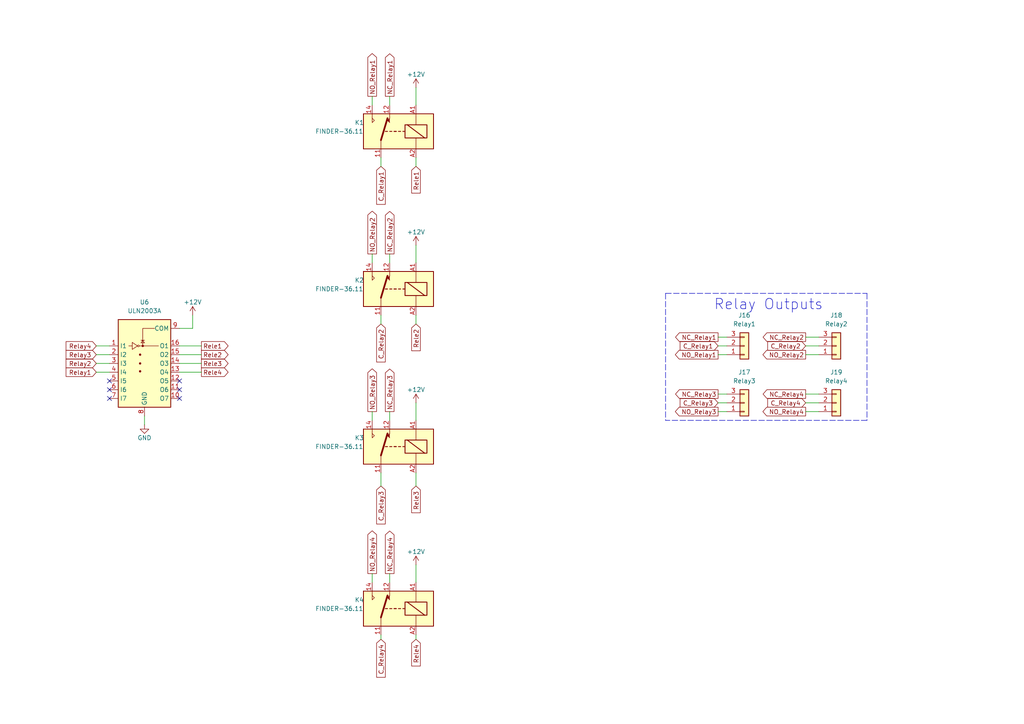
<source format=kicad_sch>
(kicad_sch (version 20211123) (generator eeschema)
  (paper "A4")
  (lib_symbols
    (symbol "Connector_Generic:Conn_01x03" (pin_names (offset 1.016) hide)
      (property "Reference" "J" (at 0 5.08 0))
      (property "Value" "Conn_01x03" (at 0 -5.08 0))
      (symbol "Conn_01x03_1_1"
        (rectangle (start -1.27 -2.413) (end 0 -2.667) (stroke (width 0.1524)))
        (rectangle (start -1.27 0.127) (end 0 -0.127) (stroke (width 0.1524)))
        (rectangle (start -1.27 2.667) (end 0 2.413) (stroke (width 0.1524)))
        (rectangle (start -1.27 3.81) (end 1.27 -3.81) (stroke (width 0.254)) (fill (type background)))
        (pin passive line (at -5.08 2.54 0) (length 3.81) (name "Pin_1") (number "1"))
        (pin passive line (at -5.08 0 0) (length 3.81) (name "Pin_2") (number "2"))
        (pin passive line (at -5.08 -2.54 0) (length 3.81) (name "Pin_3") (number "3"))
      )
    )
    (symbol "Relay:FINDER-36.11"
      (property "Reference" "K" (at 11.43 3.81 0))
      (property "Value" "FINDER-36.11" (at 11.43 1.27 0))
      (symbol "FINDER-36.11_0_0"
        (polyline (pts (xy 2.54 3.81) (xy 2.54 5.08)))
        (polyline (pts (xy 7.62 3.81) (xy 7.62 5.08)))
        (polyline (pts (xy 7.62 3.81) (xy 7.62 2.54) (xy 6.985 3.175) (xy 7.62 3.81)))
      )
      (symbol "FINDER-36.11_0_1"
        (rectangle (start -10.16 5.08) (end 10.16 -5.08) (stroke (width 0.254)) (fill (type background)))
        (rectangle (start -8.255 1.905) (end -1.905 -1.905) (stroke (width 0.254)))
        (polyline (pts (xy -7.62 -1.905) (xy -2.54 1.905)) (stroke (width 0.254)))
        (polyline (pts (xy -5.08 -5.08) (xy -5.08 -1.905)))
        (polyline (pts (xy -5.08 5.08) (xy -5.08 1.905)))
        (polyline (pts (xy -1.905 0) (xy -1.27 0)) (stroke (width 0.254)))
        (polyline (pts (xy -0.635 0) (xy 0 0)) (stroke (width 0.254)))
        (polyline (pts (xy 0.635 0) (xy 1.27 0)) (stroke (width 0.254)))
        (polyline (pts (xy 0.635 0) (xy 1.27 0)) (stroke (width 0.254)))
        (polyline (pts (xy 1.905 0) (xy 2.54 0)) (stroke (width 0.254)))
        (polyline (pts (xy 3.175 0) (xy 3.81 0)) (stroke (width 0.254)))
        (polyline (pts (xy 5.08 -2.54) (xy 3.175 3.81)) (stroke (width 0.508)))
        (polyline (pts (xy 5.08 -2.54) (xy 5.08 -5.08)))
        (polyline (pts (xy 2.54 2.54) (xy 3.175 3.175) (xy 2.54 3.81)) (fill (type outline)))
      )
      (symbol "FINDER-36.11_1_1"
        (pin passive line (at 5.08 -7.62 90) (length 2.54) (name "~") (number "11"))
        (pin passive line (at 2.54 7.62 270) (length 2.54) (name "~") (number "12"))
        (pin passive line (at 7.62 7.62 270) (length 2.54) (name "~") (number "14"))
        (pin passive line (at -5.08 7.62 270) (length 2.54) (name "~") (number "A1"))
        (pin passive line (at -5.08 -7.62 90) (length 2.54) (name "~") (number "A2"))
      )
    )
    (symbol "Transistor_Array:ULN2003A"
      (property "Reference" "U" (at 0 15.875 0))
      (property "Value" "ULN2003A" (at 0 13.97 0))
      (symbol "ULN2003A_0_1"
        (rectangle (start -7.62 -12.7) (end 7.62 12.7) (stroke (width 0.254)) (fill (type background)))
        (circle (center -1.778 5.08) (radius 0.254))
        (circle (center -1.27 -2.286) (radius 0.254) (fill (type outline)))
        (circle (center -1.27 0) (radius 0.254) (fill (type outline)))
        (circle (center -1.27 2.54) (radius 0.254) (fill (type outline)))
        (circle (center -0.508 5.08) (radius 0.254) (fill (type outline)))
        (polyline (pts (xy -4.572 5.08) (xy -3.556 5.08)))
        (polyline (pts (xy -1.524 5.08) (xy 4.064 5.08)))
        (polyline (pts (xy 0 6.731) (xy -1.016 6.731)))
        (polyline (pts (xy -0.508 5.08) (xy -0.508 10.16) (xy 2.921 10.16)))
        (polyline (pts (xy -3.556 6.096) (xy -3.556 4.064) (xy -2.032 5.08) (xy -3.556 6.096)))
        (polyline (pts (xy 0 5.969) (xy -1.016 5.969) (xy -0.508 6.731) (xy 0 5.969)))
      )
      (symbol "ULN2003A_1_1"
        (pin input line (at -10.16 5.08 0) (length 2.54) (name "I1") (number "1"))
        (pin open_collector line (at 10.16 -10.16 180) (length 2.54) (name "O7") (number "10"))
        (pin open_collector line (at 10.16 -7.62 180) (length 2.54) (name "O6") (number "11"))
        (pin open_collector line (at 10.16 -5.08 180) (length 2.54) (name "O5") (number "12"))
        (pin open_collector line (at 10.16 -2.54 180) (length 2.54) (name "O4") (number "13"))
        (pin open_collector line (at 10.16 0 180) (length 2.54) (name "O3") (number "14"))
        (pin open_collector line (at 10.16 2.54 180) (length 2.54) (name "O2") (number "15"))
        (pin open_collector line (at 10.16 5.08 180) (length 2.54) (name "O1") (number "16"))
        (pin input line (at -10.16 2.54 0) (length 2.54) (name "I2") (number "2"))
        (pin input line (at -10.16 0 0) (length 2.54) (name "I3") (number "3"))
        (pin input line (at -10.16 -2.54 0) (length 2.54) (name "I4") (number "4"))
        (pin input line (at -10.16 -5.08 0) (length 2.54) (name "I5") (number "5"))
        (pin input line (at -10.16 -7.62 0) (length 2.54) (name "I6") (number "6"))
        (pin input line (at -10.16 -10.16 0) (length 2.54) (name "I7") (number "7"))
        (pin power_in line (at 0 -15.24 90) (length 2.54) (name "GND") (number "8"))
        (pin passive line (at 10.16 10.16 180) (length 2.54) (name "COM") (number "9"))
      )
    )
    (symbol "power:+12V" (power) (pin_names (offset 0))
      (property "Value" "+12V" (at 0 3.556 0))
      (symbol "+12V_0_1"
        (polyline (pts (xy -0.762 1.27) (xy 0 2.54)))
        (polyline (pts (xy 0 0) (xy 0 2.54)))
        (polyline (pts (xy 0 2.54) (xy 0.762 1.27)))
      )
      (symbol "+12V_1_1"
        (pin power_in line (at 0 0 90) (length 0) hide (name "+12V") (number "1"))
      )
    )
    (symbol "power:GND" (power) (pin_names (offset 0))
      (property "Value" "GND" (at 0 -3.81 0))
      (symbol "GND_0_1"
        (polyline (pts (xy 0 0) (xy 0 -1.27) (xy 1.27 -1.27) (xy 0 -2.54) (xy -1.27 -1.27) (xy 0 -1.27)))
      )
      (symbol "GND_1_1"
        (pin power_in line (at 0 0 270) (length 0) hide (name "GND") (number "1"))
      )
    )
  )
  (no_connect (at 52.07 110.49))
  (no_connect (at 52.07 115.57))
  (no_connect (at 31.75 115.57))
  (no_connect (at 31.75 113.03))
  (no_connect (at 52.07 113.03))
  (no_connect (at 31.75 110.49))
  (wire (pts (xy 58.42 102.87) (xy 52.07 102.87)))
  (wire (pts (xy 208.28 100.33) (xy 210.82 100.33)))
  (wire (pts (xy 27.94 105.41) (xy 31.75 105.41)))
  (wire (pts (xy 233.68 119.38) (xy 237.49 119.38)))
  (wire (pts (xy 233.68 102.87) (xy 237.49 102.87)))
  (wire (pts (xy 120.65 163.83) (xy 120.65 168.91)))
  (wire (pts (xy 208.28 97.79) (xy 210.82 97.79)))
  (wire (pts (xy 58.42 100.33) (xy 52.07 100.33)))
  (wire (pts (xy 113.03 27.94) (xy 113.03 30.48)))
  (wire (pts (xy 208.28 116.84) (xy 210.82 116.84)))
  (wire (pts (xy 233.68 114.3) (xy 237.49 114.3)))
  (wire (pts (xy 58.42 105.41) (xy 52.07 105.41)))
  (wire (pts (xy 113.03 73.66) (xy 113.03 76.2)))
  (wire (pts (xy 110.49 185.42) (xy 110.49 184.15)))
  (wire (pts (xy 120.65 140.97) (xy 120.65 137.16)))
  (wire (pts (xy 27.94 100.33) (xy 31.75 100.33)))
  (wire (pts (xy 208.28 114.3) (xy 210.82 114.3)))
  (wire (pts (xy 52.07 95.25) (xy 55.88 95.25)))
  (wire (pts (xy 58.42 107.95) (xy 52.07 107.95)))
  (wire (pts (xy 233.68 97.79) (xy 237.49 97.79)))
  (polyline (pts (xy 251.46 85.09) (xy 251.46 121.92)))
  (wire (pts (xy 110.49 140.97) (xy 110.49 137.16)))
  (wire (pts (xy 41.91 120.65) (xy 41.91 123.19)))
  (wire (pts (xy 120.65 25.4) (xy 120.65 30.48)))
  (wire (pts (xy 107.95 73.66) (xy 107.95 76.2)))
  (wire (pts (xy 233.68 116.84) (xy 237.49 116.84)))
  (wire (pts (xy 120.65 71.12) (xy 120.65 76.2)))
  (wire (pts (xy 208.28 119.38) (xy 210.82 119.38)))
  (wire (pts (xy 27.94 107.95) (xy 31.75 107.95)))
  (wire (pts (xy 113.03 119.38) (xy 113.03 121.92)))
  (wire (pts (xy 110.49 93.98) (xy 110.49 91.44)))
  (wire (pts (xy 120.65 185.42) (xy 120.65 184.15)))
  (wire (pts (xy 120.65 116.84) (xy 120.65 121.92)))
  (wire (pts (xy 110.49 48.26) (xy 110.49 45.72)))
  (wire (pts (xy 27.94 102.87) (xy 31.75 102.87)))
  (wire (pts (xy 107.95 119.38) (xy 107.95 121.92)))
  (wire (pts (xy 120.65 48.26) (xy 120.65 45.72)))
  (wire (pts (xy 107.95 166.37) (xy 107.95 168.91)))
  (wire (pts (xy 55.88 91.44) (xy 55.88 95.25)))
  (wire (pts (xy 120.65 93.98) (xy 120.65 91.44)))
  (polyline (pts (xy 193.04 85.09) (xy 193.04 121.92)))
  (wire (pts (xy 208.28 102.87) (xy 210.82 102.87)))
  (wire (pts (xy 113.03 166.37) (xy 113.03 168.91)))
  (wire (pts (xy 233.68 100.33) (xy 237.49 100.33)))
  (polyline (pts (xy 193.04 85.09) (xy 251.46 85.09)))
  (polyline (pts (xy 251.46 121.92) (xy 193.04 121.92)))
  (wire (pts (xy 107.95 27.94) (xy 107.95 30.48)))
  (text "Relay Outputs" (at 207.01 90.17 0) (effects (font (size 3 3)) (justify left bottom)))
  (global_label "C_Relay2" (shape input) (at 110.49 93.98 270) (property "Intersheet References" "${INTERSHEET_REFS}" (effects hide)))
  (global_label "NC_Relay2" (shape output) (at 233.68 97.79 180) (property "Intersheet References" "${INTERSHEET_REFS}" (effects hide)))
  (global_label "NO_Relay3" (shape output) (at 208.28 119.38 180) (property "Intersheet References" "${INTERSHEET_REFS}" (effects hide)))
  (global_label "Rele1" (shape input) (at 120.65 48.26 270) (property "Intersheet References" "${INTERSHEET_REFS}" (effects hide)))
  (global_label "Relay2" (shape input) (at 27.94 105.41 180) (property "Intersheet References" "${INTERSHEET_REFS}" (effects hide)))
  (global_label "NC_Relay1" (shape output) (at 208.28 97.79 180) (property "Intersheet References" "${INTERSHEET_REFS}" (effects hide)))
  (global_label "NO_Relay1" (shape output) (at 107.95 27.94 90) (property "Intersheet References" "${INTERSHEET_REFS}" (effects hide)))
  (global_label "NC_Relay3" (shape output) (at 208.28 114.3 180) (property "Intersheet References" "${INTERSHEET_REFS}" (effects hide)))
  (global_label "C_Relay1" (shape input) (at 110.49 48.26 270) (property "Intersheet References" "${INTERSHEET_REFS}" (effects hide)))
  (global_label "Rele1" (shape output) (at 58.42 100.33 0) (property "Intersheet References" "${INTERSHEET_REFS}" (effects hide)))
  (global_label "Rele4" (shape input) (at 120.65 185.42 270) (property "Intersheet References" "${INTERSHEET_REFS}" (effects hide)))
  (global_label "Relay3" (shape input) (at 27.94 102.87 180) (property "Intersheet References" "${INTERSHEET_REFS}" (effects hide)))
  (global_label "NO_Relay3" (shape output) (at 107.95 119.38 90) (property "Intersheet References" "${INTERSHEET_REFS}" (effects hide)))
  (global_label "NO_Relay4" (shape output) (at 107.95 166.37 90) (property "Intersheet References" "${INTERSHEET_REFS}" (effects hide)))
  (global_label "NO_Relay2" (shape output) (at 107.95 73.66 90) (property "Intersheet References" "${INTERSHEET_REFS}" (effects hide)))
  (global_label "Rele3" (shape output) (at 58.42 105.41 0) (property "Intersheet References" "${INTERSHEET_REFS}" (effects hide)))
  (global_label "C_Relay4" (shape input) (at 233.68 116.84 180) (property "Intersheet References" "${INTERSHEET_REFS}" (effects hide)))
  (global_label "NC_Relay4" (shape output) (at 113.03 166.37 90) (property "Intersheet References" "${INTERSHEET_REFS}" (effects hide)))
  (global_label "Relay4" (shape input) (at 27.94 100.33 180) (property "Intersheet References" "${INTERSHEET_REFS}" (effects hide)))
  (global_label "Rele2" (shape output) (at 58.42 102.87 0) (property "Intersheet References" "${INTERSHEET_REFS}" (effects hide)))
  (global_label "NC_Relay1" (shape output) (at 113.03 27.94 90) (property "Intersheet References" "${INTERSHEET_REFS}" (effects hide)))
  (global_label "NC_Relay3" (shape output) (at 113.03 119.38 90) (property "Intersheet References" "${INTERSHEET_REFS}" (effects hide)))
  (global_label "C_Relay4" (shape input) (at 110.49 185.42 270) (property "Intersheet References" "${INTERSHEET_REFS}" (effects hide)))
  (global_label "NO_Relay2" (shape output) (at 233.68 102.87 180) (property "Intersheet References" "${INTERSHEET_REFS}" (effects hide)))
  (global_label "NO_Relay1" (shape output) (at 208.28 102.87 180) (property "Intersheet References" "${INTERSHEET_REFS}" (effects hide)))
  (global_label "NO_Relay4" (shape output) (at 233.68 119.38 180) (property "Intersheet References" "${INTERSHEET_REFS}" (effects hide)))
  (global_label "Relay1" (shape input) (at 27.94 107.95 180) (property "Intersheet References" "${INTERSHEET_REFS}" (effects hide)))
  (global_label "C_Relay2" (shape input) (at 233.68 100.33 180) (property "Intersheet References" "${INTERSHEET_REFS}" (effects hide)))
  (global_label "Rele4" (shape output) (at 58.42 107.95 0) (property "Intersheet References" "${INTERSHEET_REFS}" (effects hide)))
  (global_label "NC_Relay4" (shape output) (at 233.68 114.3 180) (property "Intersheet References" "${INTERSHEET_REFS}" (effects hide)))
  (global_label "Rele3" (shape input) (at 120.65 140.97 270) (property "Intersheet References" "${INTERSHEET_REFS}" (effects hide)))
  (global_label "Rele2" (shape input) (at 120.65 93.98 270) (property "Intersheet References" "${INTERSHEET_REFS}" (effects hide)))
  (global_label "C_Relay3" (shape input) (at 208.28 116.84 180) (property "Intersheet References" "${INTERSHEET_REFS}" (effects hide)))
  (global_label "C_Relay3" (shape input) (at 110.49 140.97 270) (property "Intersheet References" "${INTERSHEET_REFS}" (effects hide)))
  (global_label "C_Relay1" (shape input) (at 208.28 100.33 180) (property "Intersheet References" "${INTERSHEET_REFS}" (effects hide)))
  (global_label "NC_Relay2" (shape output) (at 113.03 73.66 90) (property "Intersheet References" "${INTERSHEET_REFS}" (effects hide)))
  (symbol (lib_id "Connector_Generic:Conn_01x03") (at 215.9 100.33 0) (mirror x) (unit 1)
    (property "Reference" "J16" (at 215.9 91.44 0))
    (property "Value" "Relay1" (at 215.9 93.98 0))
    (property "Footprint" "TerminalBlock:TerminalBlock_bornier-3_P5.08mm" (effects hide))
  )
  (symbol (lib_id "power:+12V") (at 55.88 91.44 0) (unit 1)
    (property "Reference" "#PWR0150" (effects hide))
    (property "Value" "+12V" (at 55.88 87.63 0))
  )
  (symbol (lib_id "Connector_Generic:Conn_01x03") (at 215.9 116.84 0) (mirror x) (unit 1)
    (property "Reference" "J17" (at 215.9 107.95 0))
    (property "Value" "Relay3" (at 215.9 110.49 0))
    (property "Footprint" "TerminalBlock:TerminalBlock_bornier-3_P5.08mm" (effects hide))
  )
  (symbol (lib_id "power:+12V") (at 120.65 71.12 0) (unit 1)
    (property "Reference" "#PWR0149" (effects hide))
    (property "Value" "+12V" (at 120.65 67.31 0))
  )
  (symbol (lib_id "power:+12V") (at 120.65 116.84 0) (unit 1)
    (property "Reference" "#PWR0147" (effects hide))
    (property "Value" "+12V" (at 120.65 113.03 0))
  )
  (symbol (lib_id "Relay:FINDER-36.11") (at 115.57 176.53 0) (mirror y) (unit 1)
    (property "Reference" "K4" (at 102.87 173.99 0) (effects (justify right)))
    (property "Value" "FINDER-36.11" (at 91.44 176.53 0) (effects (justify right)))
    (property "Footprint" "Relay_THT:Relay_SPDT_Finder_36.11" (effects hide))
    (property "Datasheet" "https://gfinder.findernet.com/public/attachments/36/EN/S36EN.pdf" (effects hide))
  )
  (symbol (lib_id "Relay:FINDER-36.11") (at 115.57 129.54 0) (mirror y) (unit 1)
    (property "Reference" "K3" (at 102.87 127 0) (effects (justify right)))
    (property "Value" "FINDER-36.11" (at 91.44 129.54 0) (effects (justify right)))
    (property "Footprint" "Relay_THT:Relay_SPDT_Finder_36.11" (effects hide))
    (property "Datasheet" "https://gfinder.findernet.com/public/attachments/36/EN/S36EN.pdf" (effects hide))
  )
  (symbol (lib_id "power:+12V") (at 120.65 163.83 0) (unit 1)
    (property "Reference" "#PWR0146" (effects hide))
    (property "Value" "+12V" (at 120.65 160.02 0))
  )
  (symbol (lib_id "power:GND") (at 41.91 123.19 0) (unit 1)
    (property "Reference" "#PWR0151" (effects hide))
    (property "Value" "GND" (at 41.91 127 0))
  )
  (symbol (lib_id "power:+12V") (at 120.65 25.4 0) (unit 1)
    (property "Reference" "#PWR0148" (effects hide))
    (property "Value" "+12V" (at 120.65 21.59 0))
  )
  (symbol (lib_id "Transistor_Array:ULN2003A") (at 41.91 105.41 0) (unit 1)
    (property "Reference" "U6" (at 41.91 87.63 0))
    (property "Value" "ULN2003A" (at 41.91 90.17 0))
    (property "Footprint" "Package_SO:SOIC-16_3.9x9.9mm_P1.27mm" (effects hide))
    (property "Datasheet" "http://www.ti.com/lit/ds/symlink/uln2003a.pdf" (effects hide))
  )
  (symbol (lib_id "Connector_Generic:Conn_01x03") (at 242.57 100.33 0) (mirror x) (unit 1)
    (property "Reference" "J18" (at 242.57 91.44 0))
    (property "Value" "Relay2" (at 242.57 93.98 0))
    (property "Footprint" "TerminalBlock:TerminalBlock_bornier-3_P5.08mm" (effects hide))
  )
  (symbol (lib_id "Relay:FINDER-36.11") (at 115.57 38.1 0) (mirror y) (unit 1)
    (property "Reference" "K1" (at 102.87 35.56 0) (effects (justify right)))
    (property "Value" "FINDER-36.11" (at 91.44 38.1 0) (effects (justify right)))
    (property "Footprint" "Relay_THT:Relay_SPDT_Finder_36.11" (effects hide))
    (property "Datasheet" "https://gfinder.findernet.com/public/attachments/36/EN/S36EN.pdf" (effects hide))
  )
  (symbol (lib_id "Connector_Generic:Conn_01x03") (at 242.57 116.84 0) (mirror x) (unit 1)
    (property "Reference" "J19" (at 242.57 107.95 0))
    (property "Value" "Relay4" (at 242.57 110.49 0))
    (property "Footprint" "TerminalBlock:TerminalBlock_bornier-3_P5.08mm" (effects hide))
  )
  (symbol (lib_id "Relay:FINDER-36.11") (at 115.57 83.82 0) (mirror y) (unit 1)
    (property "Reference" "K2" (at 102.87 81.28 0) (effects (justify right)))
    (property "Value" "FINDER-36.11" (at 91.44 83.82 0) (effects (justify right)))
    (property "Footprint" "Relay_THT:Relay_SPDT_Finder_36.11" (effects hide))
    (property "Datasheet" "https://gfinder.findernet.com/public/attachments/36/EN/S36EN.pdf" (effects hide))
  )
)
</source>
